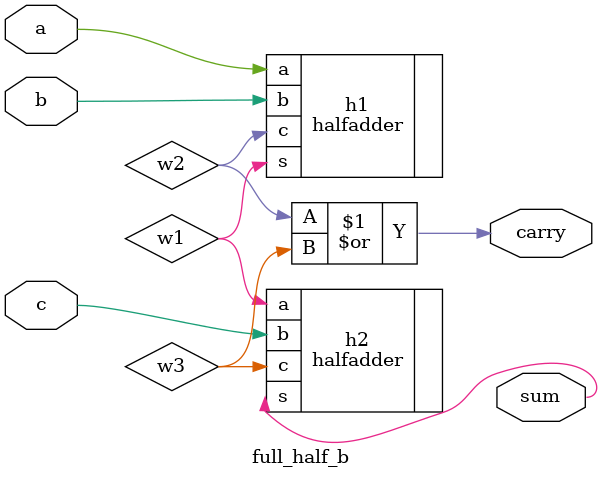
<source format=v>
module halfadder_b(
    input a, b,
    output reg c, s
    );
    always @(a, b)
    begin
    c = a & b;
    s = a ^ b;
    end
endmodule

module full_half_b(
    input a, b, c,
    output sum, carry
    );
    wire w1, w2, w3;
    halfadder h1(.a(a), .b(b), .c(w2), .s(w1));
    halfadder h2(.a(w1), .b(c), .c(w3), .s(sum));
    or(carry, w2, w3);    
endmodule

</source>
